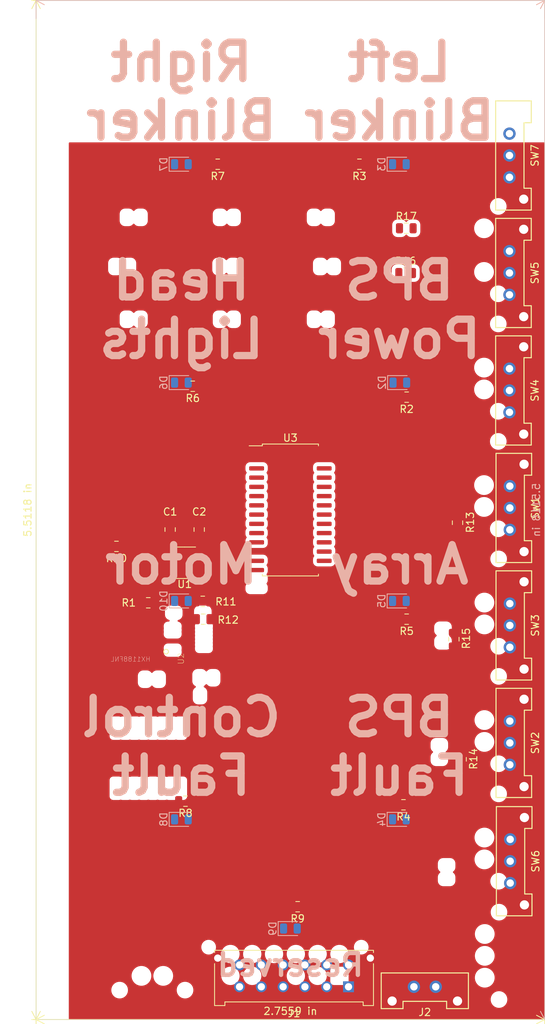
<source format=kicad_pcb>
(kicad_pcb (version 20171130) (host pcbnew "(5.1.5)-3")
  (layers (0 F.Cu signal) (31 B.Cu signal) (34 B.Paste user) (35 F.Paste user) (36 B.SilkS user hide) (37 F.SilkS user) (38 B.Mask user) (39 F.Mask user) (44 Edge.Cuts user))
  (net 0 "")
  (net 1 "Net-(D2-Pad2)")
  (net 2 GNDPWR)
  (net 3 "Net-(D3-Pad2)")
  (net 4 "Net-(D4-Pad2)")
  (net 5 "Net-(D5-Pad2)")
  (net 6 "Net-(D6-Pad2)")
  (net 7 "Net-(D7-Pad2)")
  (net 8 "Net-(D8-Pad2)")
  (net 9 "Net-(D9-Pad2)")
  (net 10 "Net-(D10-Pad2)")
  (net 11 +3V3)
  (net 12 "Net-(J1-Pad6)")
  (net 13 "Net-(J1-Pad5)")
  (net 14 "Net-(J1-Pad2)")
  (net 15 GND)
  (net 16 /ControlLEDs/LEFT_BLINK)
  (net 17 /ControlLEDs/RIGHT_BLINK)
  (net 18 "Net-(J1-Pad3)")
  (net 19 +12V)
  (net 20 "Net-(J1-Pad11)")
  (net 21 "Net-(J1-Pad12)")
  (net 22 /ControlSwitches/Backup)
  (net 23 /IM)
  (net 24 /IP)
  (net 25 /ControlLEDs/BPS_PWR)
  (net 26 /ControlLEDs/BPS_FAULT)
  (net 27 /ControlLEDs/A_CNCTR)
  (net 28 /ControlLEDs/Headlight_ON)
  (net 29 /ControlLEDs/CTRL_FAULT)
  (net 30 /ControlLEDs/RSVD_LED)
  (net 31 /ControlLEDs/M_CNCTR)
  (net 32 "Net-(R11-Pad2)")
  (net 33 "Net-(R11-Pad1)")
  (net 34 "Net-(R13-Pad1)")
  (net 35 "Net-(R14-Pad1)")
  (net 36 "Net-(R15-Pad1)")
  (net 37 /ControlSwitches/LEFT_SW)
  (net 38 /ControlSwitches/RIGHT_SW)
  (net 39 /ControlSwitches/HZD_SW)
  (net 40 /ControlSwitches/CRUZ_ST)
  (net 41 /ControlSwitches/CRUZ_EN)
  (net 42 /ControlSwitches/FR_SW)
  (net 43 /ControlSwitches/Headlight_SW)
  (net 44 /ShiftReg/CS)
  (net 45 /ShiftReg/SCK)
  (net 46 /ShiftReg/MISO)
  (net 47 /ShiftReg/MOSI)
  (net 48 "Net-(U2-Pad2)")
  (net 49 "Net-(U2-Pad11)")
  (net 50 "Net-(U2-Pad6)")
  (net 51 "Net-(U2-Pad9)")
  (net 52 "Net-(U2-Pad7)")
  (net 53 "Net-(U2-Pad10)")
  (net 54 "Net-(U2-Pad8)")
  (net 55 "Net-(U2-Pad15)")
  (net 56 "Net-(U3-Pad20)")
  (net 57 "Net-(U3-Pad19)")
  (net 58 "Net-(J1-Pad8)")
  (net 59 "Net-(J1-Pad9)")
  (module Diode_SMD:D_0805_2012Metric (layer B.Cu) (at 100 45)
    (fp_text reference D7 (at -2.4375 0 90) (layer B.SilkS) (effects (justify mirror)))
    (fp_text value RIGHT_BLINK)
    (fp_line (start -1.685 -0.96) (end 1 -0.96) (layer B.SilkS) (width 0.12))
    (fp_line (start -1.685 0.96) (end -1.685 -0.96) (layer B.SilkS) (width 0.12))
    (fp_line (start 1 0.96) (end -1.685 0.96) (layer B.SilkS) (width 0.12))
    (pad 2 smd roundrect (at 0.9375 0) (size 0.975 1.4) (layers B.Cu B.Paste B.Mask) (net 7 "Net-(D7-Pad2)"))
    (pad 1 smd roundrect (at -0.9375 0) (size 0.975 1.4) (layers B.Cu B.Paste B.Mask) (net 17 /ControlLEDs/RIGHT_BLINK))
  )
  (module UTSVT_Passive:HXXXX (layer F.Cu) (at 92.5 114.5 180)
    (fp_text reference U2 (at -7.43795 1.57616 90) (layer F.SilkS) (effects (font (size 0.801614 0.801614) (thickness 0.05))))
    (fp_text value HX1188FNL (at -0.50895 1.50142) (layer B.SilkS) (effects (font (size 0.641203 0.641203) (thickness 0.05)) (justify mirror)))
    (fp_circle (center -5.3975 2.54) (end -5.08 2.54) (layer F.SilkS) (width 0.127))
    (pad 16 smd rect (at -4.445 -4.1275 180) (size 0.76 2.2) (layers F.Cu F.Paste F.Mask) (net 14 "Net-(J1-Pad2)"))
    (pad 15 smd rect (at -3.175 -4.1275 180) (size 0.76 2.2) (layers F.Cu F.Paste F.Mask) (net 55 "Net-(U2-Pad15)"))
    (pad 8 smd rect (at 4.445 4.1275 180) (size 0.76 2.2) (layers F.Cu F.Paste F.Mask) (net 54 "Net-(U2-Pad8)"))
    (pad 10 smd rect (at 3.175 -4.1275 180) (size 0.76 2.2) (layers F.Cu F.Paste F.Mask) (net 53 "Net-(U2-Pad10)"))
    (pad 7 smd rect (at 3.175 4.1275 180) (size 0.76 2.2) (layers F.Cu F.Paste F.Mask) (net 52 "Net-(U2-Pad7)"))
    (pad 5 smd rect (at 0.635 4.1275 180) (size 0.76 2.2) (layers F.Cu F.Paste F.Mask))
    (pad 9 smd rect (at 4.445 -4.1275 180) (size 0.76 2.2) (layers F.Cu F.Paste F.Mask) (net 51 "Net-(U2-Pad9)"))
    (pad 6 smd rect (at 1.905 4.1275 180) (size 0.76 2.2) (layers F.Cu F.Paste F.Mask) (net 50 "Net-(U2-Pad6)"))
    (pad 11 smd rect (at 1.905 -4.1275 180) (size 0.76 2.2) (layers F.Cu F.Paste F.Mask) (net 49 "Net-(U2-Pad11)"))
    (pad 12 smd rect (at 0.635 -4.1275 180) (size 0.76 2.2) (layers F.Cu F.Paste F.Mask))
    (pad 14 smd rect (at -1.905 -4.1275 180) (size 0.76 2.2) (layers F.Cu F.Paste F.Mask) (net 18 "Net-(J1-Pad3)"))
    (pad 4 smd rect (at -0.635 4.1275 180) (size 0.76 2.2) (layers F.Cu F.Paste F.Mask))
    (pad 3 smd rect (at -1.905 4.1275 180) (size 0.76 2.2) (layers F.Cu F.Paste F.Mask) (net 23 /IM))
    (pad 1 smd rect (at -4.445 4.1275 180) (size 0.76 2.2) (layers F.Cu F.Paste F.Mask) (net 24 /IP))
    (pad 13 smd rect (at -0.635 -4.1275 180) (size 0.76 2.2) (layers F.Cu F.Paste F.Mask))
    (pad 2 smd rect (at -3.175 4.1275 180) (size 0.76 2.2) (layers F.Cu F.Paste F.Mask) (net 48 "Net-(U2-Pad2)"))
  )
  (module UTSVT_Connectors:Molex_MicroFit3.0_1x2xP3.00mm_PolarizingPeg_Vertical (layer F.Cu) (at 135 158 180)
    (fp_text reference J2 (at 1.5 -3.5) (layer F.SilkS))
    (fp_text value Backup)
    (fp_line (start -4.5 1.9) (end -4.5 -3) (layer F.SilkS) (width 0.15))
    (fp_line (start 7.5 1.9) (end -4.5 1.9) (layer F.SilkS) (width 0.15))
    (fp_line (start 7.5 -3) (end 7.5 1.9) (layer F.SilkS) (width 0.15))
    (fp_line (start 4.5 -3) (end 7.5 -3) (layer F.SilkS) (width 0.15))
    (fp_line (start 4.5 -2) (end 4.5 -3) (layer F.SilkS) (width 0.15))
    (fp_line (start -1.5 -2) (end 4.5 -2) (layer F.SilkS) (width 0.15))
    (fp_line (start -1.5 -3) (end -1.5 -2) (layer F.SilkS) (width 0.15))
    (fp_line (start -4.5 -3) (end -1.5 -3) (layer F.SilkS) (width 0.15))
    (pad "" np_thru_hole circle (at -3 -1.96 180) (size 1.27 1.27) (drill 1.27) (layers *.Cu *.Mask))
    (pad 2 thru_hole circle (at 3 0 180) (size 1.7 1.7) (drill 1.02) (layers *.Cu *.Mask) (net 2 GNDPWR))
    (pad 1 thru_hole circle (at 0 0 180) (size 1.7 1.7) (drill 1.02) (layers *.Cu *.Mask) (net 22 /ControlSwitches/Backup))
    (pad "" np_thru_hole circle (at 6 -1.96 180) (size 1.27 1.27) (drill 1.27) (layers *.Cu *.Mask))
  )
  (module UTSVT_Connectors:Molex_MicroFit3.0_2x6xP3.00mm_PolarizingPeg_Vertical (layer F.Cu) (at 123 158 180)
    (fp_text reference J1 (at 7.5 -3.67) (layer F.SilkS))
    (fp_text value MinionConn)
    (fp_line (start -3.435 4.7) (end -3.435 5.01) (layer F.SilkS) (width 0.12))
    (fp_line (start -3.435 5.01) (end 18.435 5.01) (layer F.SilkS) (width 0.12))
    (fp_line (start 18.435 5.01) (end 18.435 4.7) (layer F.SilkS) (width 0.12))
    (fp_line (start -3.435 3.18) (end -3.435 -2.58) (layer F.SilkS) (width 0.12))
    (fp_line (start -3.435 -2.58) (end -2.015 -2.58) (layer F.SilkS) (width 0.12))
    (fp_line (start -2.015 -2.58) (end -2.015 -2.08) (layer F.SilkS) (width 0.12))
    (fp_line (start -2.015 -2.08) (end 17.015 -2.08) (layer F.SilkS) (width 0.12))
    (fp_line (start 17.015 -2.08) (end 17.015 -2.58) (layer F.SilkS) (width 0.12))
    (fp_line (start 17.015 -2.58) (end 18.435 -2.58) (layer F.SilkS) (width 0.12))
    (fp_line (start 18.435 -2.58) (end 18.435 3.18) (layer F.SilkS) (width 0.12))
    (pad "" np_thru_hole circle (at -3 3.94 180) (size 1 1) (drill 1) (layers *.Cu *.Mask))
    (pad "" np_thru_hole circle (at 18 3.94 180) (size 1 1) (drill 1) (layers *.Cu *.Mask))
    (pad 1 thru_hole rect (at 0 0 180) (size 1.5 1.5) (drill 1) (layers *.Cu *.Mask) (net 11 +3V3))
    (pad 2 thru_hole circle (at 3 0 180) (size 1.5 1.5) (drill 1) (layers *.Cu *.Mask) (net 14 "Net-(J1-Pad2)"))
    (pad 3 thru_hole circle (at 6 0 180) (size 1.5 1.5) (drill 1) (layers *.Cu *.Mask) (net 18 "Net-(J1-Pad3)"))
    (pad 4 thru_hole circle (at 9 0 180) (size 1.5 1.5) (drill 1) (layers *.Cu *.Mask) (net 15 GND))
    (pad 5 thru_hole circle (at 12 0 180) (size 1.5 1.5) (drill 1) (layers *.Cu *.Mask) (net 13 "Net-(J1-Pad5)"))
    (pad 6 thru_hole circle (at 15 0 180) (size 1.5 1.5) (drill 1) (layers *.Cu *.Mask) (net 12 "Net-(J1-Pad6)"))
    (pad 7 thru_hole circle (at 0 3 180) (size 1.5 1.5) (drill 1) (layers *.Cu *.Mask) (net 19 +12V))
    (pad 8 thru_hole circle (at 3 3 180) (size 1.5 1.5) (drill 1) (layers *.Cu *.Mask) (net 58 "Net-(J1-Pad8)"))
    (pad 9 thru_hole circle (at 6 3 180) (size 1.5 1.5) (drill 1) (layers *.Cu *.Mask) (net 59 "Net-(J1-Pad9)"))
    (pad 10 thru_hole circle (at 9 3 180) (size 1.5 1.5) (drill 1) (layers *.Cu *.Mask) (net 2 GNDPWR))
    (pad 11 thru_hole circle (at 12 3 180) (size 1.5 1.5) (drill 1) (layers *.Cu *.Mask) (net 20 "Net-(J1-Pad11)"))
    (pad 12 thru_hole circle (at 15 3 180) (size 1.5 1.5) (drill 1) (layers *.Cu *.Mask) (net 21 "Net-(J1-Pad12)"))
  )
  (module Package_SO:SOIC-28W_7.5x17.9mm_P1.27mm (layer F.Cu) (at 115 92.5)
    (fp_text reference U3 (at 0 -9.9) (layer F.SilkS))
    (fp_text value MCP23S17_SO)
    (fp_line (start -3.86 -8.815) (end -5.675 -8.815) (layer F.SilkS) (width 0.12))
    (fp_line (start -3.86 -9.06) (end -3.86 -8.815) (layer F.SilkS) (width 0.12))
    (fp_line (start 0 -9.06) (end -3.86 -9.06) (layer F.SilkS) (width 0.12))
    (fp_line (start 3.86 -9.06) (end 3.86 -8.815) (layer F.SilkS) (width 0.12))
    (fp_line (start 0 -9.06) (end 3.86 -9.06) (layer F.SilkS) (width 0.12))
    (fp_line (start -3.86 9.06) (end -3.86 8.815) (layer F.SilkS) (width 0.12))
    (fp_line (start 0 9.06) (end -3.86 9.06) (layer F.SilkS) (width 0.12))
    (fp_line (start 3.86 9.06) (end 3.86 8.815) (layer F.SilkS) (width 0.12))
    (fp_line (start 0 9.06) (end 3.86 9.06) (layer F.SilkS) (width 0.12))
    (pad 28 smd roundrect (at 4.65 -8.255) (size 2.05 0.6) (layers F.Cu F.Paste F.Mask) (net 30 /ControlLEDs/RSVD_LED))
    (pad 27 smd roundrect (at 4.65 -6.985) (size 2.05 0.6) (layers F.Cu F.Paste F.Mask) (net 38 /ControlSwitches/RIGHT_SW))
    (pad 26 smd roundrect (at 4.65 -5.715) (size 2.05 0.6) (layers F.Cu F.Paste F.Mask) (net 37 /ControlSwitches/LEFT_SW))
    (pad 25 smd roundrect (at 4.65 -4.445) (size 2.05 0.6) (layers F.Cu F.Paste F.Mask) (net 43 /ControlSwitches/Headlight_SW))
    (pad 24 smd roundrect (at 4.65 -3.175) (size 2.05 0.6) (layers F.Cu F.Paste F.Mask) (net 42 /ControlSwitches/FR_SW))
    (pad 23 smd roundrect (at 4.65 -1.905) (size 2.05 0.6) (layers F.Cu F.Paste F.Mask) (net 39 /ControlSwitches/HZD_SW))
    (pad 22 smd roundrect (at 4.65 -0.635) (size 2.05 0.6) (layers F.Cu F.Paste F.Mask) (net 41 /ControlSwitches/CRUZ_EN))
    (pad 21 smd roundrect (at 4.65 0.635) (size 2.05 0.6) (layers F.Cu F.Paste F.Mask) (net 40 /ControlSwitches/CRUZ_ST))
    (pad 20 smd roundrect (at 4.65 1.905) (size 2.05 0.6) (layers F.Cu F.Paste F.Mask) (net 56 "Net-(U3-Pad20)"))
    (pad 19 smd roundrect (at 4.65 3.175) (size 2.05 0.6) (layers F.Cu F.Paste F.Mask) (net 57 "Net-(U3-Pad19)"))
    (pad 18 smd roundrect (at 4.65 4.445) (size 2.05 0.6) (layers F.Cu F.Paste F.Mask) (net 11 +3V3))
    (pad 17 smd roundrect (at 4.65 5.715) (size 2.05 0.6) (layers F.Cu F.Paste F.Mask) (net 15 GND))
    (pad 16 smd roundrect (at 4.65 6.985) (size 2.05 0.6) (layers F.Cu F.Paste F.Mask) (net 15 GND))
    (pad 15 smd roundrect (at 4.65 8.255) (size 2.05 0.6) (layers F.Cu F.Paste F.Mask) (net 15 GND))
    (pad 14 smd roundrect (at -4.65 8.255) (size 2.05 0.6) (layers F.Cu F.Paste F.Mask) (net 47 /ShiftReg/MOSI))
    (pad 13 smd roundrect (at -4.65 6.985) (size 2.05 0.6) (layers F.Cu F.Paste F.Mask) (net 46 /ShiftReg/MISO))
    (pad 12 smd roundrect (at -4.65 5.715) (size 2.05 0.6) (layers F.Cu F.Paste F.Mask) (net 45 /ShiftReg/SCK))
    (pad 11 smd roundrect (at -4.65 4.445) (size 2.05 0.6) (layers F.Cu F.Paste F.Mask) (net 44 /ShiftReg/CS))
    (pad 10 smd roundrect (at -4.65 3.175) (size 2.05 0.6) (layers F.Cu F.Paste F.Mask) (net 15 GND))
    (pad 9 smd roundrect (at -4.65 1.905) (size 2.05 0.6) (layers F.Cu F.Paste F.Mask) (net 11 +3V3))
    (pad 8 smd roundrect (at -4.65 0.635) (size 2.05 0.6) (layers F.Cu F.Paste F.Mask) (net 25 /ControlLEDs/BPS_PWR))
    (pad 7 smd roundrect (at -4.65 -0.635) (size 2.05 0.6) (layers F.Cu F.Paste F.Mask) (net 26 /ControlLEDs/BPS_FAULT))
    (pad 6 smd roundrect (at -4.65 -1.905) (size 2.05 0.6) (layers F.Cu F.Paste F.Mask) (net 28 /ControlLEDs/Headlight_ON))
    (pad 5 smd roundrect (at -4.65 -3.175) (size 2.05 0.6) (layers F.Cu F.Paste F.Mask) (net 17 /ControlLEDs/RIGHT_BLINK))
    (pad 4 smd roundrect (at -4.65 -4.445) (size 2.05 0.6) (layers F.Cu F.Paste F.Mask) (net 16 /ControlLEDs/LEFT_BLINK))
    (pad 3 smd roundrect (at -4.65 -5.715) (size 2.05 0.6) (layers F.Cu F.Paste F.Mask) (net 29 /ControlLEDs/CTRL_FAULT))
    (pad 2 smd roundrect (at -4.65 -6.985) (size 2.05 0.6) (layers F.Cu F.Paste F.Mask) (net 31 /ControlLEDs/M_CNCTR))
    (pad 1 smd roundrect (at -4.65 -8.255) (size 2.05 0.6) (layers F.Cu F.Paste F.Mask) (net 27 /ControlLEDs/A_CNCTR))
  )
  (module Package_SO:MSOP-16_3x4mm_P0.5mm (layer F.Cu) (at 100.45 99.75 180)
    (fp_text reference U1 (at 0 -2.95) (layer F.SilkS))
    (fp_text value LTC6820)
    (fp_line (start 0 2.16) (end 1.5 2.16) (layer F.SilkS) (width 0.12))
    (fp_line (start 0 2.16) (end -1.5 2.16) (layer F.SilkS) (width 0.12))
    (fp_line (start 0 -2.16) (end 1.5 -2.16) (layer F.SilkS) (width 0.12))
    (fp_line (start 0 -2.16) (end -2.875 -2.16) (layer F.SilkS) (width 0.12))
    (pad 1 smd roundrect (at -2.15 -1.75 180) (size 1.45 0.3) (layers F.Cu F.Paste F.Mask) (net 15 GND))
    (pad 2 smd roundrect (at -2.15 -1.25 180) (size 1.45 0.3) (layers F.Cu F.Paste F.Mask) (net 47 /ShiftReg/MOSI))
    (pad 3 smd roundrect (at -2.15 -0.75 180) (size 1.45 0.3) (layers F.Cu F.Paste F.Mask) (net 46 /ShiftReg/MISO))
    (pad 4 smd roundrect (at -2.15 -0.25 180) (size 1.45 0.3) (layers F.Cu F.Paste F.Mask) (net 45 /ShiftReg/SCK))
    (pad 5 smd roundrect (at -2.15 0.25 180) (size 1.45 0.3) (layers F.Cu F.Paste F.Mask) (net 44 /ShiftReg/CS))
    (pad 6 smd roundrect (at -2.15 0.75 180) (size 1.45 0.3) (layers F.Cu F.Paste F.Mask) (net 11 +3V3))
    (pad 7 smd roundrect (at -2.15 1.25 180) (size 1.45 0.3) (layers F.Cu F.Paste F.Mask) (net 11 +3V3))
    (pad 8 smd roundrect (at -2.15 1.75 180) (size 1.45 0.3) (layers F.Cu F.Paste F.Mask) (net 11 +3V3))
    (pad 9 smd roundrect (at 2.15 1.75 180) (size 1.45 0.3) (layers F.Cu F.Paste F.Mask) (net 11 +3V3))
    (pad 10 smd roundrect (at 2.15 1.25 180) (size 1.45 0.3) (layers F.Cu F.Paste F.Mask) (net 23 /IM))
    (pad 11 smd roundrect (at 2.15 0.75 180) (size 1.45 0.3) (layers F.Cu F.Paste F.Mask) (net 24 /IP))
    (pad 12 smd roundrect (at 2.15 0.25 180) (size 1.45 0.3) (layers F.Cu F.Paste F.Mask) (net 15 GND))
    (pad 13 smd roundrect (at 2.15 -0.25 180) (size 1.45 0.3) (layers F.Cu F.Paste F.Mask) (net 15 GND))
    (pad 14 smd roundrect (at 2.15 -0.75 180) (size 1.45 0.3) (layers F.Cu F.Paste F.Mask) (net 15 GND))
    (pad 15 smd roundrect (at 2.15 -1.25 180) (size 1.45 0.3) (layers F.Cu F.Paste F.Mask) (net 33 "Net-(R11-Pad1)"))
    (pad 16 smd roundrect (at 2.15 -1.75 180) (size 1.45 0.3) (layers F.Cu F.Paste F.Mask) (net 32 "Net-(R11-Pad2)"))
  )
  (module UTSVT_Connectors:Molex_MicroFit3.0_1x3xP3.00mm_PolarizingPeg_Vertical (layer F.Cu) (at 145.15 40.8 270)
    (fp_text reference SW7 (at 3 -3.5 90) (layer F.SilkS))
    (fp_text value TURN_SIGNAL_SW)
    (fp_line (start -4.5 1.9) (end -4.5 -3) (layer F.SilkS) (width 0.15))
    (fp_line (start 10.5 1.9) (end -4.5 1.9) (layer F.SilkS) (width 0.15))
    (fp_line (start 10.5 -3) (end 10.5 1.9) (layer F.SilkS) (width 0.15))
    (fp_line (start 7.5 -3) (end 10.5 -3) (layer F.SilkS) (width 0.15))
    (fp_line (start 7.5 -2) (end 7.5 -3) (layer F.SilkS) (width 0.15))
    (fp_line (start -1.5 -2) (end 7.5 -2) (layer F.SilkS) (width 0.15))
    (fp_line (start -1.5 -3) (end -1.5 -2) (layer F.SilkS) (width 0.15))
    (fp_line (start -4.5 -3) (end -1.5 -3) (layer F.SilkS) (width 0.15))
    (pad "" np_thru_hole circle (at -3 -1.96 270) (size 1.27 1.27) (drill 1.27) (layers *.Cu *.Mask))
    (pad 3 thru_hole circle (at 6 0 270) (size 1.7 1.7) (drill 1.02) (layers *.Cu *.Mask) (net 37 /ControlSwitches/LEFT_SW))
    (pad 2 thru_hole circle (at 3 0 270) (size 1.7 1.7) (drill 1.02) (layers *.Cu *.Mask) (net 15 GND))
    (pad 1 thru_hole circle (at 0 0 270) (size 1.7 1.7) (drill 1.02) (layers *.Cu *.Mask) (net 38 /ControlSwitches/RIGHT_SW))
    (pad "" np_thru_hole circle (at 9 -1.96 270) (size 1.27 1.27) (drill 1.27) (layers *.Cu *.Mask))
  )
  (module UTSVT_Connectors:Molex_MicroFit3.0_1x3xP3.00mm_PolarizingPeg_Vertical (layer F.Cu) (at 145.25 137.75 270)
    (fp_text reference SW6 (at 3 -3.5 90) (layer F.SilkS))
    (fp_text value BACKUP_SW)
    (fp_line (start -4.5 1.9) (end -4.5 -3) (layer F.SilkS) (width 0.15))
    (fp_line (start 10.5 1.9) (end -4.5 1.9) (layer F.SilkS) (width 0.15))
    (fp_line (start 10.5 -3) (end 10.5 1.9) (layer F.SilkS) (width 0.15))
    (fp_line (start 7.5 -3) (end 10.5 -3) (layer F.SilkS) (width 0.15))
    (fp_line (start 7.5 -2) (end 7.5 -3) (layer F.SilkS) (width 0.15))
    (fp_line (start -1.5 -2) (end 7.5 -2) (layer F.SilkS) (width 0.15))
    (fp_line (start -1.5 -3) (end -1.5 -2) (layer F.SilkS) (width 0.15))
    (fp_line (start -4.5 -3) (end -1.5 -3) (layer F.SilkS) (width 0.15))
    (pad "" np_thru_hole circle (at -3 -1.96 270) (size 1.27 1.27) (drill 1.27) (layers *.Cu *.Mask))
    (pad 3 thru_hole circle (at 6 0 270) (size 1.7 1.7) (drill 1.02) (layers *.Cu *.Mask) (net 19 +12V))
    (pad 2 thru_hole circle (at 3 0 270) (size 1.7 1.7) (drill 1.02) (layers *.Cu *.Mask) (net 22 /ControlSwitches/Backup))
    (pad 1 thru_hole circle (at 0 0 270) (size 1.7 1.7) (drill 1.02) (layers *.Cu *.Mask) (net 2 GNDPWR))
    (pad "" np_thru_hole circle (at 9 -1.96 270) (size 1.27 1.27) (drill 1.27) (layers *.Cu *.Mask))
  )
  (module UTSVT_Connectors:Molex_MicroFit3.0_1x3xP3.00mm_PolarizingPeg_Vertical (layer F.Cu) (at 145.15 56.94 270)
    (fp_text reference SW5 (at 3 -3.5 90) (layer F.SilkS))
    (fp_text value HEADLIGHT_SW)
    (fp_line (start -4.5 1.9) (end -4.5 -3) (layer F.SilkS) (width 0.15))
    (fp_line (start 10.5 1.9) (end -4.5 1.9) (layer F.SilkS) (width 0.15))
    (fp_line (start 10.5 -3) (end 10.5 1.9) (layer F.SilkS) (width 0.15))
    (fp_line (start 7.5 -3) (end 10.5 -3) (layer F.SilkS) (width 0.15))
    (fp_line (start 7.5 -2) (end 7.5 -3) (layer F.SilkS) (width 0.15))
    (fp_line (start -1.5 -2) (end 7.5 -2) (layer F.SilkS) (width 0.15))
    (fp_line (start -1.5 -3) (end -1.5 -2) (layer F.SilkS) (width 0.15))
    (fp_line (start -4.5 -3) (end -1.5 -3) (layer F.SilkS) (width 0.15))
    (pad "" np_thru_hole circle (at -3 -1.96 270) (size 1.27 1.27) (drill 1.27) (layers *.Cu *.Mask))
    (pad 3 thru_hole circle (at 6 0 270) (size 1.7 1.7) (drill 1.02) (layers *.Cu *.Mask) (net 11 +3V3))
    (pad 2 thru_hole circle (at 3 0 270) (size 1.7 1.7) (drill 1.02) (layers *.Cu *.Mask) (net 43 /ControlSwitches/Headlight_SW))
    (pad 1 thru_hole circle (at 0 0 270) (size 1.7 1.7) (drill 1.02) (layers *.Cu *.Mask) (net 15 GND))
    (pad "" np_thru_hole circle (at 9 -1.96 270) (size 1.27 1.27) (drill 1.27) (layers *.Cu *.Mask))
  )
  (module UTSVT_Connectors:Molex_MicroFit3.0_1x3xP3.00mm_PolarizingPeg_Vertical (layer F.Cu) (at 145.15 73.08 270)
    (fp_text reference SW4 (at 3 -3.5 90) (layer F.SilkS))
    (fp_text value F/R_SW)
    (fp_line (start -4.5 1.9) (end -4.5 -3) (layer F.SilkS) (width 0.15))
    (fp_line (start 10.5 1.9) (end -4.5 1.9) (layer F.SilkS) (width 0.15))
    (fp_line (start 10.5 -3) (end 10.5 1.9) (layer F.SilkS) (width 0.15))
    (fp_line (start 7.5 -3) (end 10.5 -3) (layer F.SilkS) (width 0.15))
    (fp_line (start 7.5 -2) (end 7.5 -3) (layer F.SilkS) (width 0.15))
    (fp_line (start -1.5 -2) (end 7.5 -2) (layer F.SilkS) (width 0.15))
    (fp_line (start -1.5 -3) (end -1.5 -2) (layer F.SilkS) (width 0.15))
    (fp_line (start -4.5 -3) (end -1.5 -3) (layer F.SilkS) (width 0.15))
    (pad "" np_thru_hole circle (at -3 -1.96 270) (size 1.27 1.27) (drill 1.27) (layers *.Cu *.Mask))
    (pad 3 thru_hole circle (at 6 0 270) (size 1.7 1.7) (drill 1.02) (layers *.Cu *.Mask) (net 11 +3V3))
    (pad 2 thru_hole circle (at 3 0 270) (size 1.7 1.7) (drill 1.02) (layers *.Cu *.Mask) (net 42 /ControlSwitches/FR_SW))
    (pad 1 thru_hole circle (at 0 0 270) (size 1.7 1.7) (drill 1.02) (layers *.Cu *.Mask) (net 15 GND))
    (pad "" np_thru_hole circle (at 9 -1.96 270) (size 1.27 1.27) (drill 1.27) (layers *.Cu *.Mask))
  )
  (module UTSVT_Connectors:Molex_MicroFit3.0_1x3xP3.00mm_PolarizingPeg_Vertical (layer F.Cu) (at 145.2 105.36 270)
    (fp_text reference SW3 (at 3 -3.5 90) (layer F.SilkS))
    (fp_text value CRUISE)
    (fp_line (start -4.5 1.9) (end -4.5 -3) (layer F.SilkS) (width 0.15))
    (fp_line (start 10.5 1.9) (end -4.5 1.9) (layer F.SilkS) (width 0.15))
    (fp_line (start 10.5 -3) (end 10.5 1.9) (layer F.SilkS) (width 0.15))
    (fp_line (start 7.5 -3) (end 10.5 -3) (layer F.SilkS) (width 0.15))
    (fp_line (start 7.5 -2) (end 7.5 -3) (layer F.SilkS) (width 0.15))
    (fp_line (start -1.5 -2) (end 7.5 -2) (layer F.SilkS) (width 0.15))
    (fp_line (start -1.5 -3) (end -1.5 -2) (layer F.SilkS) (width 0.15))
    (fp_line (start -4.5 -3) (end -1.5 -3) (layer F.SilkS) (width 0.15))
    (pad "" np_thru_hole circle (at -3 -1.96 270) (size 1.27 1.27) (drill 1.27) (layers *.Cu *.Mask))
    (pad 3 thru_hole circle (at 6 0 270) (size 1.7 1.7) (drill 1.02) (layers *.Cu *.Mask) (net 36 "Net-(R15-Pad1)"))
    (pad 2 thru_hole circle (at 3 0 270) (size 1.7 1.7) (drill 1.02) (layers *.Cu *.Mask) (net 41 /ControlSwitches/CRUZ_EN))
    (pad 1 thru_hole circle (at 0 0 270) (size 1.7 1.7) (drill 1.02) (layers *.Cu *.Mask) (net 15 GND))
    (pad "" np_thru_hole circle (at 9 -1.96 270) (size 1.27 1.27) (drill 1.27) (layers *.Cu *.Mask))
  )
  (module UTSVT_Connectors:Molex_MicroFit3.0_1x3xP3.00mm_PolarizingPeg_Vertical (layer F.Cu) (at 145.2 121.5 270)
    (fp_text reference SW2 (at 3 -3.5 90) (layer F.SilkS))
    (fp_text value CRUISE_SET)
    (fp_line (start -4.5 1.9) (end -4.5 -3) (layer F.SilkS) (width 0.15))
    (fp_line (start 10.5 1.9) (end -4.5 1.9) (layer F.SilkS) (width 0.15))
    (fp_line (start 10.5 -3) (end 10.5 1.9) (layer F.SilkS) (width 0.15))
    (fp_line (start 7.5 -3) (end 10.5 -3) (layer F.SilkS) (width 0.15))
    (fp_line (start 7.5 -2) (end 7.5 -3) (layer F.SilkS) (width 0.15))
    (fp_line (start -1.5 -2) (end 7.5 -2) (layer F.SilkS) (width 0.15))
    (fp_line (start -1.5 -3) (end -1.5 -2) (layer F.SilkS) (width 0.15))
    (fp_line (start -4.5 -3) (end -1.5 -3) (layer F.SilkS) (width 0.15))
    (pad "" np_thru_hole circle (at -3 -1.96 270) (size 1.27 1.27) (drill 1.27) (layers *.Cu *.Mask))
    (pad 3 thru_hole circle (at 6 0 270) (size 1.7 1.7) (drill 1.02) (layers *.Cu *.Mask) (net 35 "Net-(R14-Pad1)"))
    (pad 2 thru_hole circle (at 3 0 270) (size 1.7 1.7) (drill 1.02) (layers *.Cu *.Mask) (net 40 /ControlSwitches/CRUZ_ST))
    (pad 1 thru_hole circle (at 0 0 270) (size 1.7 1.7) (drill 1.02) (layers *.Cu *.Mask) (net 15 GND))
    (pad "" np_thru_hole circle (at 9 -1.96 270) (size 1.27 1.27) (drill 1.27) (layers *.Cu *.Mask))
  )
  (module UTSVT_Connectors:Molex_MicroFit3.0_1x3xP3.00mm_PolarizingPeg_Vertical (layer F.Cu) (at 145.2 89.22 270)
    (fp_text reference SW1 (at 3 -3.5 90) (layer F.SilkS))
    (fp_text value HAZARD)
    (fp_line (start -4.5 1.9) (end -4.5 -3) (layer F.SilkS) (width 0.15))
    (fp_line (start 10.5 1.9) (end -4.5 1.9) (layer F.SilkS) (width 0.15))
    (fp_line (start 10.5 -3) (end 10.5 1.9) (layer F.SilkS) (width 0.15))
    (fp_line (start 7.5 -3) (end 10.5 -3) (layer F.SilkS) (width 0.15))
    (fp_line (start 7.5 -2) (end 7.5 -3) (layer F.SilkS) (width 0.15))
    (fp_line (start -1.5 -2) (end 7.5 -2) (layer F.SilkS) (width 0.15))
    (fp_line (start -1.5 -3) (end -1.5 -2) (layer F.SilkS) (width 0.15))
    (fp_line (start -4.5 -3) (end -1.5 -3) (layer F.SilkS) (width 0.15))
    (pad "" np_thru_hole circle (at -3 -1.96 270) (size 1.27 1.27) (drill 1.27) (layers *.Cu *.Mask))
    (pad 3 thru_hole circle (at 6 0 270) (size 1.7 1.7) (drill 1.02) (layers *.Cu *.Mask) (net 34 "Net-(R13-Pad1)"))
    (pad 2 thru_hole circle (at 3 0 270) (size 1.7 1.7) (drill 1.02) (layers *.Cu *.Mask) (net 39 /ControlSwitches/HZD_SW))
    (pad 1 thru_hole circle (at 0 0 270) (size 1.7 1.7) (drill 1.02) (layers *.Cu *.Mask) (net 15 GND))
    (pad "" np_thru_hole circle (at 9 -1.96 270) (size 1.27 1.27) (drill 1.27) (layers *.Cu *.Mask))
  )
  (module Resistor_SMD:R_0805_2012Metric (layer F.Cu) (at 130.95 53.8)
    (fp_text reference R17 (at 0 -1.65) (layer F.SilkS))
    (fp_text value 10k)
    (fp_line (start -0.258578 0.71) (end 0.258578 0.71) (layer F.SilkS) (width 0.12))
    (fp_line (start -0.258578 -0.71) (end 0.258578 -0.71) (layer F.SilkS) (width 0.12))
    (pad 2 smd roundrect (at 0.9375 0) (size 0.975 1.4) (layers F.Cu F.Paste F.Mask) (net 38 /ControlSwitches/RIGHT_SW))
    (pad 1 smd roundrect (at -0.9375 0) (size 0.975 1.4) (layers F.Cu F.Paste F.Mask) (net 11 +3V3))
  )
  (module Resistor_SMD:R_0805_2012Metric (layer F.Cu) (at 130.8625 59.95)
    (fp_text reference R16 (at 0 -1.65) (layer F.SilkS))
    (fp_text value 10k)
    (fp_line (start -0.258578 0.71) (end 0.258578 0.71) (layer F.SilkS) (width 0.12))
    (fp_line (start -0.258578 -0.71) (end 0.258578 -0.71) (layer F.SilkS) (width 0.12))
    (pad 2 smd roundrect (at 0.9375 0) (size 0.975 1.4) (layers F.Cu F.Paste F.Mask) (net 37 /ControlSwitches/LEFT_SW))
    (pad 1 smd roundrect (at -0.9375 0) (size 0.975 1.4) (layers F.Cu F.Paste F.Mask) (net 11 +3V3))
  )
  (module Resistor_SMD:R_0805_2012Metric (layer F.Cu) (at 137.5 110.25 90)
    (fp_text reference R15 (at 0.1 1.7 90) (layer F.SilkS))
    (fp_text value 10k)
    (fp_line (start -0.258578 0.71) (end 0.258578 0.71) (layer F.SilkS) (width 0.12))
    (fp_line (start -0.258578 -0.71) (end 0.258578 -0.71) (layer F.SilkS) (width 0.12))
    (pad 2 smd roundrect (at 0.9375 0 90) (size 0.975 1.4) (layers F.Cu F.Paste F.Mask) (net 11 +3V3))
    (pad 1 smd roundrect (at -0.9375 0 90) (size 0.975 1.4) (layers F.Cu F.Paste F.Mask) (net 36 "Net-(R15-Pad1)"))
  )
  (module Resistor_SMD:R_0805_2012Metric (layer F.Cu) (at 138.5 126.75 90)
    (fp_text reference R14 (at 0.05 1.7 90) (layer F.SilkS))
    (fp_text value 10k)
    (fp_line (start -0.258578 0.71) (end 0.258578 0.71) (layer F.SilkS) (width 0.12))
    (fp_line (start -0.258578 -0.71) (end 0.258578 -0.71) (layer F.SilkS) (width 0.12))
    (pad 2 smd roundrect (at 0.9375 0 90) (size 0.975 1.4) (layers F.Cu F.Paste F.Mask) (net 11 +3V3))
    (pad 1 smd roundrect (at -0.9375 0 90) (size 0.975 1.4) (layers F.Cu F.Paste F.Mask) (net 35 "Net-(R14-Pad1)"))
  )
  (module Resistor_SMD:R_0805_2012Metric (layer F.Cu) (at 138 94.25 90)
    (fp_text reference R13 (at 0.05 1.75 90) (layer F.SilkS))
    (fp_text value 10k)
    (fp_line (start -0.258578 0.71) (end 0.258578 0.71) (layer F.SilkS) (width 0.12))
    (fp_line (start -0.258578 -0.71) (end 0.258578 -0.71) (layer F.SilkS) (width 0.12))
    (pad 2 smd roundrect (at 0.9375 0 90) (size 0.975 1.4) (layers F.Cu F.Paste F.Mask) (net 11 +3V3))
    (pad 1 smd roundrect (at -0.9375 0 90) (size 0.975 1.4) (layers F.Cu F.Paste F.Mask) (net 34 "Net-(R13-Pad1)"))
  )
  (module Resistor_SMD:R_0805_2012Metric (layer F.Cu) (at 103 107.5 180)
    (fp_text reference R12 (at -3.4375 -0.1) (layer F.SilkS))
    (fp_text value 1.2k)
    (fp_line (start -0.258578 -0.71) (end 0.258578 -0.71) (layer F.SilkS) (width 0.12))
    (fp_line (start -0.258578 0.71) (end 0.258578 0.71) (layer F.SilkS) (width 0.12))
    (pad 1 smd roundrect (at -0.9375 0 180) (size 0.975 1.4) (layers F.Cu F.Paste F.Mask) (net 15 GND))
    (pad 2 smd roundrect (at 0.9375 0 180) (size 0.975 1.4) (layers F.Cu F.Paste F.Mask) (net 33 "Net-(R11-Pad1)"))
  )
  (module Resistor_SMD:R_0805_2012Metric (layer F.Cu) (at 102.9375 105.05)
    (fp_text reference R11 (at 3.1875 0.05) (layer F.SilkS))
    (fp_text value 806)
    (fp_line (start -0.258578 -0.71) (end 0.258578 -0.71) (layer F.SilkS) (width 0.12))
    (fp_line (start -0.258578 0.71) (end 0.258578 0.71) (layer F.SilkS) (width 0.12))
    (pad 1 smd roundrect (at -0.9375 0) (size 0.975 1.4) (layers F.Cu F.Paste F.Mask) (net 33 "Net-(R11-Pad1)"))
    (pad 2 smd roundrect (at 0.9375 0) (size 0.975 1.4) (layers F.Cu F.Paste F.Mask) (net 32 "Net-(R11-Pad2)"))
  )
  (module Resistor_SMD:R_0805_2012Metric (layer F.Cu) (at 91.0625 97.5 180)
    (fp_text reference R10 (at 0 -1.65) (layer F.SilkS))
    (fp_text value 330R)
    (fp_line (start -0.258578 -0.71) (end 0.258578 -0.71) (layer F.SilkS) (width 0.12))
    (fp_line (start -0.258578 0.71) (end 0.258578 0.71) (layer F.SilkS) (width 0.12))
    (pad 1 smd roundrect (at -0.9375 0 180) (size 0.975 1.4) (layers F.Cu F.Paste F.Mask) (net 31 /ControlLEDs/M_CNCTR))
    (pad 2 smd roundrect (at 0.9375 0 180) (size 0.975 1.4) (layers F.Cu F.Paste F.Mask) (net 10 "Net-(D10-Pad2)"))
  )
  (module Resistor_SMD:R_0805_2012Metric (layer F.Cu) (at 116 147 180)
    (fp_text reference R9 (at 0 -1.65) (layer F.SilkS))
    (fp_text value 330R)
    (fp_line (start -0.258578 -0.71) (end 0.258578 -0.71) (layer F.SilkS) (width 0.12))
    (fp_line (start -0.258578 0.71) (end 0.258578 0.71) (layer F.SilkS) (width 0.12))
    (pad 1 smd roundrect (at -0.9375 0 180) (size 0.975 1.4) (layers F.Cu F.Paste F.Mask) (net 30 /ControlLEDs/RSVD_LED))
    (pad 2 smd roundrect (at 0.9375 0 180) (size 0.975 1.4) (layers F.Cu F.Paste F.Mask) (net 9 "Net-(D9-Pad2)"))
  )
  (module Resistor_SMD:R_0805_2012Metric (layer F.Cu) (at 100.5625 132.5 180)
    (fp_text reference R8 (at 0 -1.65) (layer F.SilkS))
    (fp_text value 330R)
    (fp_line (start -0.258578 -0.71) (end 0.258578 -0.71) (layer F.SilkS) (width 0.12))
    (fp_line (start -0.258578 0.71) (end 0.258578 0.71) (layer F.SilkS) (width 0.12))
    (pad 1 smd roundrect (at -0.9375 0 180) (size 0.975 1.4) (layers F.Cu F.Paste F.Mask) (net 29 /ControlLEDs/CTRL_FAULT))
    (pad 2 smd roundrect (at 0.9375 0 180) (size 0.975 1.4) (layers F.Cu F.Paste F.Mask) (net 8 "Net-(D8-Pad2)"))
  )
  (module Resistor_SMD:R_0805_2012Metric (layer F.Cu) (at 105 45 180)
    (fp_text reference R7 (at 0 -1.65) (layer F.SilkS))
    (fp_text value 330R)
    (fp_line (start -0.258578 -0.71) (end 0.258578 -0.71) (layer F.SilkS) (width 0.12))
    (fp_line (start -0.258578 0.71) (end 0.258578 0.71) (layer F.SilkS) (width 0.12))
    (pad 1 smd roundrect (at -0.9375 0 180) (size 0.975 1.4) (layers F.Cu F.Paste F.Mask) (net 11 +3V3))
    (pad 2 smd roundrect (at 0.9375 0 180) (size 0.975 1.4) (layers F.Cu F.Paste F.Mask) (net 7 "Net-(D7-Pad2)"))
  )
  (module Resistor_SMD:R_0805_2012Metric (layer F.Cu) (at 101.5625 75.5 180)
    (fp_text reference R6 (at 0 -1.65) (layer F.SilkS))
    (fp_text value 330R)
    (fp_line (start -0.258578 -0.71) (end 0.258578 -0.71) (layer F.SilkS) (width 0.12))
    (fp_line (start -0.258578 0.71) (end 0.258578 0.71) (layer F.SilkS) (width 0.12))
    (pad 1 smd roundrect (at -0.9375 0 180) (size 0.975 1.4) (layers F.Cu F.Paste F.Mask) (net 28 /ControlLEDs/Headlight_ON))
    (pad 2 smd roundrect (at 0.9375 0 180) (size 0.975 1.4) (layers F.Cu F.Paste F.Mask) (net 6 "Net-(D6-Pad2)"))
  )
  (module Resistor_SMD:R_0805_2012Metric (layer F.Cu) (at 131 107.5 180)
    (fp_text reference R5 (at 0 -1.65) (layer F.SilkS))
    (fp_text value 330R)
    (fp_line (start -0.258578 -0.71) (end 0.258578 -0.71) (layer F.SilkS) (width 0.12))
    (fp_line (start -0.258578 0.71) (end 0.258578 0.71) (layer F.SilkS) (width 0.12))
    (pad 1 smd roundrect (at -0.9375 0 180) (size 0.975 1.4) (layers F.Cu F.Paste F.Mask) (net 27 /ControlLEDs/A_CNCTR))
    (pad 2 smd roundrect (at 0.9375 0 180) (size 0.975 1.4) (layers F.Cu F.Paste F.Mask) (net 5 "Net-(D5-Pad2)"))
  )
  (module Resistor_SMD:R_0805_2012Metric (layer F.Cu) (at 130.5625 133 180)
    (fp_text reference R4 (at 0 -1.65) (layer F.SilkS))
    (fp_text value 330R)
    (fp_line (start -0.258578 -0.71) (end 0.258578 -0.71) (layer F.SilkS) (width 0.12))
    (fp_line (start -0.258578 0.71) (end 0.258578 0.71) (layer F.SilkS) (width 0.12))
    (pad 1 smd roundrect (at -0.9375 0 180) (size 0.975 1.4) (layers F.Cu F.Paste F.Mask) (net 26 /ControlLEDs/BPS_FAULT))
    (pad 2 smd roundrect (at 0.9375 0 180) (size 0.975 1.4) (layers F.Cu F.Paste F.Mask) (net 4 "Net-(D4-Pad2)"))
  )
  (module Resistor_SMD:R_0805_2012Metric (layer F.Cu) (at 124.5 45 180)
    (fp_text reference R3 (at 0 -1.65) (layer F.SilkS))
    (fp_text value 330R)
    (fp_line (start -0.258578 -0.71) (end 0.258578 -0.71) (layer F.SilkS) (width 0.12))
    (fp_line (start -0.258578 0.71) (end 0.258578 0.71) (layer F.SilkS) (width 0.12))
    (pad 1 smd roundrect (at -0.9375 0 180) (size 0.975 1.4) (layers F.Cu F.Paste F.Mask) (net 11 +3V3))
    (pad 2 smd roundrect (at 0.9375 0 180) (size 0.975 1.4) (layers F.Cu F.Paste F.Mask) (net 3 "Net-(D3-Pad2)"))
  )
  (module Resistor_SMD:R_0805_2012Metric (layer F.Cu) (at 131 77 180)
    (fp_text reference R2 (at 0 -1.65) (layer F.SilkS))
    (fp_text value 1.2k)
    (fp_line (start -0.258578 -0.71) (end 0.258578 -0.71) (layer F.SilkS) (width 0.12))
    (fp_line (start -0.258578 0.71) (end 0.258578 0.71) (layer F.SilkS) (width 0.12))
    (pad 1 smd roundrect (at -0.9375 0 180) (size 0.975 1.4) (layers F.Cu F.Paste F.Mask) (net 25 /ControlLEDs/BPS_PWR))
    (pad 2 smd roundrect (at 0.9375 0 180) (size 0.975 1.4) (layers F.Cu F.Paste F.Mask) (net 1 "Net-(D2-Pad2)"))
  )
  (module Resistor_SMD:R_0805_2012Metric (layer F.Cu) (at 95.4375 105.25 180)
    (fp_text reference R1 (at 2.6875 0) (layer F.SilkS))
    (fp_text value 120)
    (fp_line (start -0.258578 -0.71) (end 0.258578 -0.71) (layer F.SilkS) (width 0.12))
    (fp_line (start -0.258578 0.71) (end 0.258578 0.71) (layer F.SilkS) (width 0.12))
    (pad 1 smd roundrect (at -0.9375 0 180) (size 0.975 1.4) (layers F.Cu F.Paste F.Mask) (net 24 /IP))
    (pad 2 smd roundrect (at 0.9375 0 180) (size 0.975 1.4) (layers F.Cu F.Paste F.Mask) (net 23 /IM))
  )
  (module Diode_SMD:D_0805_2012Metric (layer B.Cu) (at 100 105)
    (fp_text reference D10 (at -2.4375 0 90) (layer B.SilkS) (effects (justify mirror)))
    (fp_text value M_CNCTR)
    (fp_line (start 1 0.96) (end -1.685 0.96) (layer B.SilkS) (width 0.12))
    (fp_line (start -1.685 0.96) (end -1.685 -0.96) (layer B.SilkS) (width 0.12))
    (fp_line (start -1.685 -0.96) (end 1 -0.96) (layer B.SilkS) (width 0.12))
    (pad 1 smd roundrect (at -0.9375 0) (size 0.975 1.4) (layers B.Cu B.Paste B.Mask) (net 2 GNDPWR))
    (pad 2 smd roundrect (at 0.9375 0) (size 0.975 1.4) (layers B.Cu B.Paste B.Mask) (net 10 "Net-(D10-Pad2)"))
  )
  (module Diode_SMD:D_0805_2012Metric (layer B.Cu) (at 115 150)
    (fp_text reference D9 (at -2.4375 0 90) (layer B.SilkS) (effects (justify mirror)))
    (fp_text value RSVD_LED)
    (fp_line (start -1.685 -0.96) (end 1 -0.96) (layer B.SilkS) (width 0.12))
    (fp_line (start -1.685 0.96) (end -1.685 -0.96) (layer B.SilkS) (width 0.12))
    (fp_line (start 1 0.96) (end -1.685 0.96) (layer B.SilkS) (width 0.12))
    (pad 2 smd roundrect (at 0.9375 0) (size 0.975 1.4) (layers B.Cu B.Paste B.Mask) (net 9 "Net-(D9-Pad2)"))
    (pad 1 smd roundrect (at -0.9375 0) (size 0.975 1.4) (layers B.Cu B.Paste B.Mask) (net 2 GNDPWR))
  )
  (module Diode_SMD:D_0805_2012Metric (layer B.Cu) (at 100 135)
    (fp_text reference D8 (at -2.4375 0 90) (layer B.SilkS) (effects (justify mirror)))
    (fp_text value CTRL_FAULT)
    (fp_line (start 1 0.96) (end -1.685 0.96) (layer B.SilkS) (width 0.12))
    (fp_line (start -1.685 0.96) (end -1.685 -0.96) (layer B.SilkS) (width 0.12))
    (fp_line (start -1.685 -0.96) (end 1 -0.96) (layer B.SilkS) (width 0.12))
    (pad 1 smd roundrect (at -0.9375 0) (size 0.975 1.4) (layers B.Cu B.Paste B.Mask) (net 2 GNDPWR))
    (pad 2 smd roundrect (at 0.9375 0) (size 0.975 1.4) (layers B.Cu B.Paste B.Mask) (net 8 "Net-(D8-Pad2)"))
  )
  (module Diode_SMD:D_0805_2012Metric (layer B.Cu) (at 100 75)
    (fp_text reference D6 (at -2.4375 0 90) (layer B.SilkS) (effects (justify mirror)))
    (fp_text value Headlight_ON)
    (fp_line (start 1 0.96) (end -1.685 0.96) (layer B.SilkS) (width 0.12))
    (fp_line (start -1.685 0.96) (end -1.685 -0.96) (layer B.SilkS) (width 0.12))
    (fp_line (start -1.685 -0.96) (end 1 -0.96) (layer B.SilkS) (width 0.12))
    (pad 1 smd roundrect (at -0.9375 0) (size 0.975 1.4) (layers B.Cu B.Paste B.Mask) (net 2 GNDPWR))
    (pad 2 smd roundrect (at 0.9375 0) (size 0.975 1.4) (layers B.Cu B.Paste B.Mask) (net 6 "Net-(D6-Pad2)"))
  )
  (module Diode_SMD:D_0805_2012Metric (layer B.Cu) (at 130 105)
    (fp_text reference D5 (at -2.4375 0 90) (layer B.SilkS) (effects (justify mirror)))
    (fp_text value A_CNCTR)
    (fp_line (start -1.685 -0.96) (end 1 -0.96) (layer B.SilkS) (width 0.12))
    (fp_line (start -1.685 0.96) (end -1.685 -0.96) (layer B.SilkS) (width 0.12))
    (fp_line (start 1 0.96) (end -1.685 0.96) (layer B.SilkS) (width 0.12))
    (pad 2 smd roundrect (at 0.9375 0) (size 0.975 1.4) (layers B.Cu B.Paste B.Mask) (net 5 "Net-(D5-Pad2)"))
    (pad 1 smd roundrect (at -0.9375 0) (size 0.975 1.4) (layers B.Cu B.Paste B.Mask) (net 2 GNDPWR))
  )
  (module Diode_SMD:D_0805_2012Metric (layer B.Cu) (at 130 135)
    (fp_text reference D4 (at -2.4375 0 90) (layer B.SilkS) (effects (justify mirror)))
    (fp_text value BPS_FAULT)
    (fp_line (start 1 0.96) (end -1.685 0.96) (layer B.SilkS) (width 0.12))
    (fp_line (start -1.685 0.96) (end -1.685 -0.96) (layer B.SilkS) (width 0.12))
    (fp_line (start -1.685 -0.96) (end 1 -0.96) (layer B.SilkS) (width 0.12))
    (pad 1 smd roundrect (at -0.9375 0) (size 0.975 1.4) (layers B.Cu B.Paste B.Mask) (net 2 GNDPWR))
    (pad 2 smd roundrect (at 0.9375 0) (size 0.975 1.4) (layers B.Cu B.Paste B.Mask) (net 4 "Net-(D4-Pad2)"))
  )
  (module Diode_SMD:D_0805_2012Metric (layer B.Cu) (at 130 45)
    (fp_text reference D3 (at -2.4375 0 270) (layer B.SilkS) (effects (justify mirror)))
    (fp_text value LEFT_BLINK)
    (fp_line (start 1 0.96) (end -1.685 0.96) (layer B.SilkS) (width 0.12))
    (fp_line (start -1.685 0.96) (end -1.685 -0.96) (layer B.SilkS) (width 0.12))
    (fp_line (start -1.685 -0.96) (end 1 -0.96) (layer B.SilkS) (width 0.12))
    (pad 1 smd roundrect (at -0.9375 0) (size 0.975 1.4) (layers B.Cu B.Paste B.Mask) (net 16 /ControlLEDs/LEFT_BLINK))
    (pad 2 smd roundrect (at 0.9375 0) (size 0.975 1.4) (layers B.Cu B.Paste B.Mask) (net 3 "Net-(D3-Pad2)"))
  )
  (module Diode_SMD:D_0805_2012Metric (layer B.Cu) (at 130.0625 75)
    (fp_text reference D2 (at -2.4375 0 90) (layer B.SilkS) (effects (justify mirror)))
    (fp_text value BPS_PWR)
    (fp_line (start -1.685 -0.96) (end 1 -0.96) (layer B.SilkS) (width 0.12))
    (fp_line (start -1.685 0.96) (end -1.685 -0.96) (layer B.SilkS) (width 0.12))
    (fp_line (start 1 0.96) (end -1.685 0.96) (layer B.SilkS) (width 0.12))
    (pad 2 smd roundrect (at 0.9375 0) (size 0.975 1.4) (layers B.Cu B.Paste B.Mask) (net 1 "Net-(D2-Pad2)"))
    (pad 1 smd roundrect (at -0.9375 0) (size 0.975 1.4) (layers B.Cu B.Paste B.Mask) (net 2 GNDPWR))
  )
  (module Capacitor_SMD:C_0805_2012Metric (layer F.Cu) (at 102.45 95.1875 90)
    (fp_text reference C2 (at 2.4375 0 180) (layer F.SilkS))
    (fp_text value 0.1u)
    (fp_line (start -0.258578 -0.71) (end 0.258578 -0.71) (layer F.SilkS) (width 0.12))
    (fp_line (start -0.258578 0.71) (end 0.258578 0.71) (layer F.SilkS) (width 0.12))
    (pad 1 smd roundrect (at -0.9375 0 90) (size 0.975 1.4) (layers F.Cu F.Paste F.Mask) (net 11 +3V3))
    (pad 2 smd roundrect (at 0.9375 0 90) (size 0.975 1.4) (layers F.Cu F.Paste F.Mask) (net 15 GND))
  )
  (module Capacitor_SMD:C_0805_2012Metric (layer F.Cu) (at 98.45 95.1875 90)
    (fp_text reference C1 (at 2.4375 0 180) (layer F.SilkS))
    (fp_text value 0.1u)
    (fp_line (start -0.258578 -0.71) (end 0.258578 -0.71) (layer F.SilkS) (width 0.12))
    (fp_line (start -0.258578 0.71) (end 0.258578 0.71) (layer F.SilkS) (width 0.12))
    (pad 1 smd roundrect (at -0.9375 0 90) (size 0.975 1.4) (layers F.Cu F.Paste F.Mask) (net 11 +3V3))
    (pad 2 smd roundrect (at 0.9375 0 90) (size 0.975 1.4) (layers F.Cu F.Paste F.Mask) (net 15 GND))
  )
  (gr_line (start 150 22.5) (end 80 22.5) (layer Edge.Cuts) (width 0.05))
  (gr_line (start 150 162.5) (end 150 22.5) (layer Edge.Cuts) (width 0.05))
  (gr_line (start 80 162.5) (end 150 162.5) (layer Edge.Cuts) (width 0.05))
  (gr_line (start 80 22.5) (end 80 162.5) (layer Edge.Cuts) (width 0.05))
  (dimension 70 (width 0.12) (layer F.SilkS) (gr_text "70.000 mm" (at 115 163.77) (layer F.SilkS) (effects (font (size 1 1) (thickness 0.15)))) (feature1 (pts (xy 150 162.5) (xy 150 163.086421))) (feature2 (pts (xy 80 162.5) (xy 80 163.086421))) (crossbar (pts (xy 80 162.5) (xy 150 162.5))) (arrow1a (pts (xy 150 162.5) (xy 148.873496 163.086421))) (arrow1b (pts (xy 150 162.5) (xy 148.873496 161.913579))) (arrow2a (pts (xy 80 162.5) (xy 81.126504 163.086421))) (arrow2b (pts (xy 80 162.5) (xy 81.126504 161.913579))))
  (dimension 140 (width 0.12) (layer F.SilkS) (gr_text "140.000 mm" (at 78.73 92.5 270) (layer F.SilkS) (effects (font (size 1 1) (thickness 0.15)))) (feature1 (pts (xy 80 162.5) (xy 79.413579 162.5))) (feature2 (pts (xy 80 22.5) (xy 79.413579 22.5))) (crossbar (pts (xy 80 22.5) (xy 80 162.5))) (arrow1a (pts (xy 80 162.5) (xy 79.413579 161.373496))) (arrow1b (pts (xy 80 162.5) (xy 80.586421 161.373496))) (arrow2a (pts (xy 80 22.5) (xy 79.413579 23.626504))) (arrow2b (pts (xy 80 22.5) (xy 80.586421 23.626504))))
  (dimension 140 (width 0.12) (layer B.SilkS) (gr_text "140.000 mm" (at 151.27 92.5 90) (layer B.SilkS) (effects (font (size 1 1) (thickness 0.15)) (justify mirror))) (feature1 (pts (xy 150 22.5) (xy 150.586421 22.5))) (feature2 (pts (xy 150 162.5) (xy 150.586421 162.5))) (crossbar (pts (xy 150 162.5) (xy 150 22.5))) (arrow1a (pts (xy 150 22.5) (xy 150.586421 23.626504))) (arrow1b (pts (xy 150 22.5) (xy 149.413579 23.626504))) (arrow2a (pts (xy 150 162.5) (xy 150.586421 161.373496))) (arrow2b (pts (xy 150 162.5) (xy 149.413579 161.373496))))
  (dimension 70 (width 0.12) (layer B.SilkS) (gr_text "70.000 mm" (at 115 21.23) (layer B.SilkS) (effects (font (size 1 1) (thickness 0.15)) (justify mirror))) (feature1 (pts (xy 80 25) (xy 80 21.913579))) (feature2 (pts (xy 150 25) (xy 150 21.913579))) (crossbar (pts (xy 150 22.5) (xy 80 22.5))) (arrow1a (pts (xy 80 22.5) (xy 81.126504 21.913579))) (arrow1b (pts (xy 80 22.5) (xy 81.126504 23.086421))) (arrow2a (pts (xy 150 22.5) (xy 148.873496 21.913579))) (arrow2b (pts (xy 150 22.5) (xy 148.873496 23.086421))))
  (gr_text "BPS\nPower" (at 130 65) (layer B.SilkS) (effects (font (size 5 5) (thickness 1)) (justify mirror)))
  (gr_text "BPS\nFault" (at 130 125) (layer B.SilkS) (effects (font (size 5 5) (thickness 1)) (justify mirror)))
  (gr_text "Control\nFault" (at 100 125) (layer B.SilkS) (effects (font (size 5 5) (thickness 1)) (justify mirror)))
  (gr_text Reserved (at 115 155) (layer B.SilkS) (effects (font (size 3 3) (thickness 0.6)) (justify mirror)))
  (gr_text Array (at 130 100) (layer B.SilkS) (effects (font (size 5 5) (thickness 1)) (justify mirror)))
  (gr_text Motor (at 100 100) (layer B.SilkS) (effects (font (size 5 5) (thickness 1)) (justify mirror)))
  (gr_text "Left\nBlinker" (at 130 35) (layer B.SilkS) (effects (font (size 5 5) (thickness 1)) (justify mirror)))
  (gr_text "Right\nBlinker" (at 100 35) (layer B.SilkS) (effects (font (size 5 5) (thickness 1)) (justify mirror)))
  (gr_text "Head\nLights" (at 100 65) (layer B.SilkS) (effects (font (size 5 5) (thickness 1)) (justify mirror)))
  (zone (net 15) (net_name GND) (layer F.Cu) (connect_pads yes (clearance 0.508)) (min_thickness 0.254) (fill yes (arc_segments 32) (thermal_gap 0.508) (thermal_bridge_width 0.508))
    (polygon (pts (xy 150 162.5) (xy 84.5 162.5) (xy 84.5 42) (xy 150 42)))
  )
)
</source>
